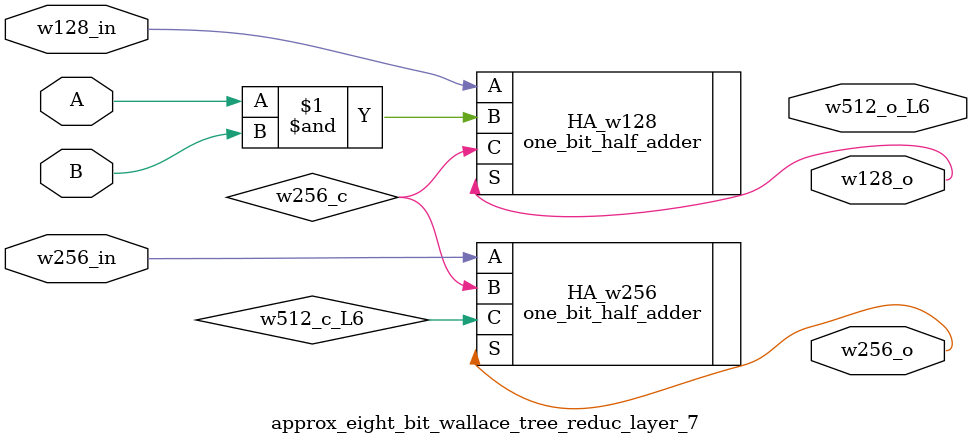
<source format=v>
module approx_eight_bit_wallace_tree_reduc_layer_7 (
	input A,											// reduced 8-bit input integers
	input B,
	input w128_in, w256_in,     	// 1-bit adder inputs
	output w512_o_L6,									// 1-bit propogated output to layer 6
	output w128_o, w256_o								// 1-bit direct output sums
);

wire w256_c;


// WEIGHT 128 (2^7) //

one_bit_half_adder HA_w128 (
	.A( w128_in ),
	.B( A & B ),
	.S( w128_o ),
	.C( w256_c )
);

// WEIGHT 256 (2^8) //

one_bit_half_adder HA_w256 (
	.A( w256_in ),
	.B( w256_c ),
	.S( w256_o ),
	.C( w512_c_L6 )
);

endmodule

</source>
